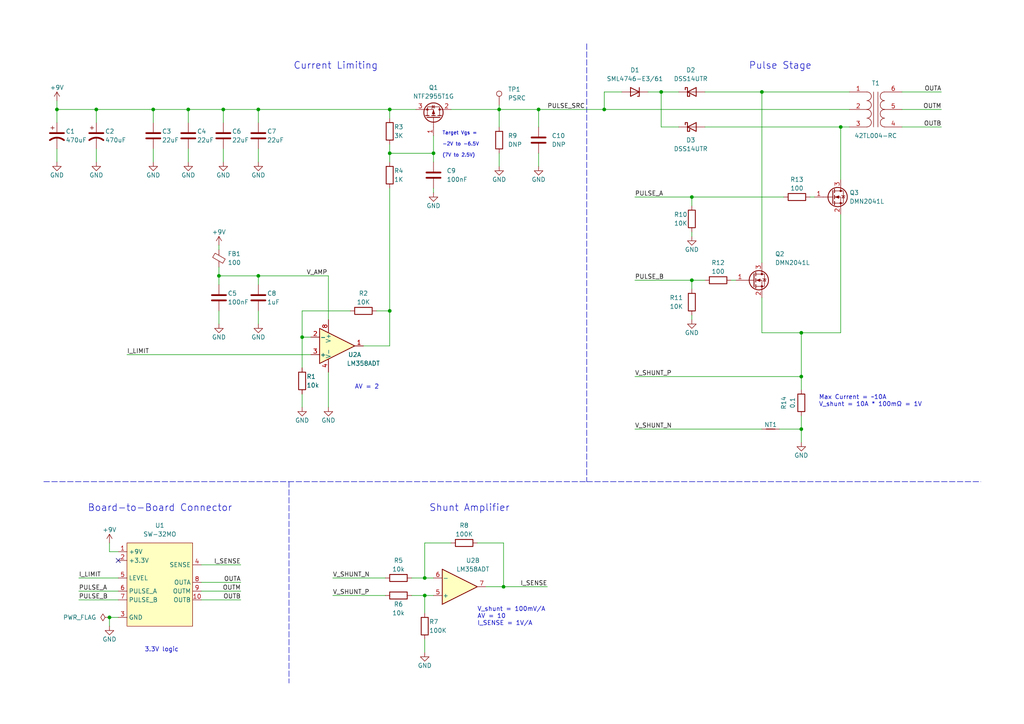
<source format=kicad_sch>
(kicad_sch (version 20211123) (generator eeschema)
  (paper "A4")
  (title_block (title "SW3O1") (date "2022-11-04") (rev "1") (company "saawsm") (comment 3 "SOT-223 Variant") (comment 4 "A single channel e-stim output module for the SW3X driver board"))
  (lib_symbols
    (symbol "Amplifier_Operational:LMC6482" (pin_names (offset 0.127))
      (property "Reference" "U" (at 0 5.08 0))
      (property "Value" "LMC6482" (at 0 -5.08 0))
      (symbol "LMC6482_1_1"
        (polyline (pts (xy -5.08 5.08) (xy 5.08 0) (xy -5.08 -5.08) (xy -5.08 5.08)) (stroke (width 0.254)) (fill (type background)))
        (pin output line (at 7.62 0 180) (length 2.54) (name "~") (number "1"))
        (pin input line (at -7.62 -2.54 0) (length 2.54) (name "-") (number "2"))
        (pin input line (at -7.62 2.54 0) (length 2.54) (name "+") (number "3"))
      )
      (symbol "LMC6482_2_1"
        (polyline (pts (xy -5.08 5.08) (xy 5.08 0) (xy -5.08 -5.08) (xy -5.08 5.08)) (stroke (width 0.254)) (fill (type background)))
        (pin input line (at -7.62 2.54 0) (length 2.54) (name "+") (number "5"))
        (pin input line (at -7.62 -2.54 0) (length 2.54) (name "-") (number "6"))
        (pin output line (at 7.62 0 180) (length 2.54) (name "~") (number "7"))
      )
      (symbol "LMC6482_3_1"
        (pin power_in line (at -2.54 -7.62 90) (length 3.81) (name "V-") (number "4"))
        (pin power_in line (at -2.54 7.62 270) (length 3.81) (name "V+") (number "8"))
      )
    )
    (symbol "Connector:TestPoint" (pin_numbers hide) (pin_names (offset 0.762) hide)
      (property "Reference" "TP" (at 0 6.858 0))
      (property "Value" "TestPoint" (at 0 5.08 0))
      (symbol "TestPoint_0_1"
        (circle (center 0 3.302) (radius 0.762))
      )
      (symbol "TestPoint_1_1"
        (pin passive line (at 0 0 90) (length 2.54) (name "1") (number "1"))
      )
    )
    (symbol "Device:C" (pin_numbers hide) (pin_names (offset 0.254))
      (property "Reference" "C" (at 0.635 2.54 0))
      (property "Value" "C" (at 0.635 -2.54 0))
      (symbol "C_0_1"
        (polyline (pts (xy -2.032 -0.762) (xy 2.032 -0.762)) (stroke (width 0.508)))
        (polyline (pts (xy -2.032 0.762) (xy 2.032 0.762)) (stroke (width 0.508)))
      )
      (symbol "C_1_1"
        (pin passive line (at 0 3.81 270) (length 2.794) (name "~") (number "1"))
        (pin passive line (at 0 -3.81 90) (length 2.794) (name "~") (number "2"))
      )
    )
    (symbol "Device:C_Polarized_US" (pin_numbers hide) (pin_names (offset 0.254) hide)
      (property "Reference" "C" (at 0.635 2.54 0))
      (property "Value" "C_Polarized_US" (at 0.635 -2.54 0))
      (symbol "C_Polarized_US_0_1"
        (polyline (pts (xy -2.032 0.762) (xy 2.032 0.762)) (stroke (width 0.508)))
        (polyline (pts (xy -1.778 2.286) (xy -0.762 2.286)))
        (polyline (pts (xy -1.27 1.778) (xy -1.27 2.794)))
        (arc (start 2.032 -1.27) (mid 0 -0.5572) (end -2.032 -1.27) (stroke (width 0.508)))
      )
      (symbol "C_Polarized_US_1_1"
        (pin passive line (at 0 3.81 270) (length 2.794) (name "~") (number "1"))
        (pin passive line (at 0 -3.81 90) (length 3.302) (name "~") (number "2"))
      )
    )
    (symbol "Device:D_Schottky" (pin_numbers hide) (pin_names (offset 1.016) hide)
      (property "Reference" "D" (at 0 2.54 0))
      (property "Value" "D_Schottky" (at 0 -2.54 0))
      (symbol "D_Schottky_0_1"
        (polyline (pts (xy 1.27 0) (xy -1.27 0)))
        (polyline (pts (xy 1.27 1.27) (xy 1.27 -1.27) (xy -1.27 0) (xy 1.27 1.27)) (stroke (width 0.254)))
        (polyline (pts (xy -1.905 0.635) (xy -1.905 1.27) (xy -1.27 1.27) (xy -1.27 -1.27) (xy -0.635 -1.27) (xy -0.635 -0.635)) (stroke (width 0.254)))
      )
      (symbol "D_Schottky_1_1"
        (pin passive line (at -3.81 0 0) (length 2.54) (name "K") (number "1"))
        (pin passive line (at 3.81 0 180) (length 2.54) (name "A") (number "2"))
      )
    )
    (symbol "Device:D_Zener" (pin_numbers hide) (pin_names (offset 1.016) hide)
      (property "Reference" "D" (at 0 2.54 0))
      (property "Value" "D_Zener" (at 0 -2.54 0))
      (symbol "D_Zener_0_1"
        (polyline (pts (xy 1.27 0) (xy -1.27 0)))
        (polyline (pts (xy -1.27 -1.27) (xy -1.27 1.27) (xy -0.762 1.27)) (stroke (width 0.254)))
        (polyline (pts (xy 1.27 -1.27) (xy 1.27 1.27) (xy -1.27 0) (xy 1.27 -1.27)) (stroke (width 0.254)))
      )
      (symbol "D_Zener_1_1"
        (pin passive line (at -3.81 0 0) (length 2.54) (name "K") (number "1"))
        (pin passive line (at 3.81 0 180) (length 2.54) (name "A") (number "2"))
      )
    )
    (symbol "Device:FerriteBead_Small" (pin_numbers hide) (pin_names (offset 0))
      (property "Reference" "FB" (at 1.905 1.27 0))
      (property "Value" "FerriteBead_Small" (at 1.905 -1.27 0))
      (symbol "FerriteBead_Small_0_1"
        (polyline (pts (xy 0 -1.27) (xy 0 -0.7874)))
        (polyline (pts (xy 0 0.889) (xy 0 1.2954)))
        (polyline (pts (xy -1.8288 0.2794) (xy -1.1176 1.4986) (xy 1.8288 -0.2032) (xy 1.1176 -1.4224) (xy -1.8288 0.2794)))
      )
      (symbol "FerriteBead_Small_1_1"
        (pin passive line (at 0 2.54 270) (length 1.27) (name "~") (number "1"))
        (pin passive line (at 0 -2.54 90) (length 1.27) (name "~") (number "2"))
      )
    )
    (symbol "Device:NetTie_2" (pin_numbers hide) (pin_names (offset 0) hide)
      (property "Reference" "NT" (at 0 1.27 0))
      (property "Value" "NetTie_2" (at 0 -1.27 0))
      (symbol "NetTie_2_0_1"
        (polyline (pts (xy -1.27 0) (xy 1.27 0)) (stroke (width 0.254)))
      )
      (symbol "NetTie_2_1_1"
        (pin passive line (at -2.54 0 0) (length 2.54) (name "1") (number "1"))
        (pin passive line (at 2.54 0 180) (length 2.54) (name "2") (number "2"))
      )
    )
    (symbol "Device:Q_PMOS_GDS" (pin_names (offset 0) hide)
      (property "Reference" "Q" (at 5.08 1.27 0))
      (property "Value" "Q_PMOS_GDS" (at 5.08 -1.27 0))
      (symbol "Q_PMOS_GDS_0_1"
        (polyline (pts (xy 0.254 0) (xy -2.54 0)))
        (polyline (pts (xy 0.254 1.905) (xy 0.254 -1.905)) (stroke (width 0.254)))
        (polyline (pts (xy 0.762 -1.27) (xy 0.762 -2.286)) (stroke (width 0.254)))
        (polyline (pts (xy 0.762 0.508) (xy 0.762 -0.508)) (stroke (width 0.254)))
        (polyline (pts (xy 0.762 2.286) (xy 0.762 1.27)) (stroke (width 0.254)))
        (polyline (pts (xy 2.54 2.54) (xy 2.54 1.778)))
        (polyline (pts (xy 2.54 -2.54) (xy 2.54 0) (xy 0.762 0)))
        (polyline (pts (xy 0.762 1.778) (xy 3.302 1.778) (xy 3.302 -1.778) (xy 0.762 -1.778)))
        (polyline (pts (xy 2.286 0) (xy 1.27 0.381) (xy 1.27 -0.381) (xy 2.286 0)) (fill (type outline)))
        (polyline (pts (xy 2.794 -0.508) (xy 2.921 -0.381) (xy 3.683 -0.381) (xy 3.81 -0.254)))
        (polyline (pts (xy 3.302 -0.381) (xy 2.921 0.254) (xy 3.683 0.254) (xy 3.302 -0.381)))
        (circle (center 1.651 0) (radius 2.794) (stroke (width 0.254)))
        (circle (center 2.54 -1.778) (radius 0.254) (fill (type outline)))
        (circle (center 2.54 1.778) (radius 0.254) (fill (type outline)))
      )
      (symbol "Q_PMOS_GDS_1_1"
        (pin input line (at -5.08 0 0) (length 2.54) (name "G") (number "1"))
        (pin passive line (at 2.54 5.08 270) (length 2.54) (name "D") (number "2"))
        (pin passive line (at 2.54 -5.08 90) (length 2.54) (name "S") (number "3"))
      )
    )
    (symbol "Device:R" (pin_numbers hide) (pin_names (offset 0))
      (property "Reference" "R" (at 2.032 0 90))
      (property "Value" "R" (at 0 0 90))
      (symbol "R_0_1"
        (rectangle (start -1.016 -2.54) (end 1.016 2.54) (stroke (width 0.254)))
      )
      (symbol "R_1_1"
        (pin passive line (at 0 3.81 270) (length 1.27) (name "~") (number "1"))
        (pin passive line (at 0 -3.81 90) (length 1.27) (name "~") (number "2"))
      )
    )
    (symbol "SaawLib:SW-32MO"
      (property "Reference" "J" (at 0 13.97 0))
      (property "Value" "SW-32MO" (at 0 -12.7 0))
      (symbol "SW-32MO_0_1"
        (rectangle (start -10.16 12.7) (end 8.89 -11.43) (fill (type background)))
      )
      (symbol "SW-32MO_1_1"
        (pin power_in line (at -12.7 10.16 0) (length 2.54) (name "+9V") (number "1"))
        (pin power_out line (at 11.43 -3.81 180) (length 2.54) (name "OUTB") (number "10"))
        (pin power_in line (at -12.7 7.62 0) (length 2.54) (name "+3.3V") (number "2"))
        (pin power_in line (at -12.7 -8.89 0) (length 2.54) (name "GND") (number "3"))
        (pin bidirectional line (at 11.43 6.35 180) (length 2.54) (name "SENSE") (number "4"))
        (pin bidirectional line (at -12.7 2.54 0) (length 2.54) (name "LEVEL") (number "5"))
        (pin bidirectional line (at -12.7 -1.27 0) (length 2.54) (name "PULSE_A") (number "6"))
        (pin bidirectional line (at -12.7 -3.81 0) (length 2.54) (name "PULSE_B") (number "7"))
        (pin power_out line (at 11.43 1.27 180) (length 2.54) (name "OUTA") (number "8"))
        (pin power_out line (at 11.43 -1.27 180) (length 2.54) (name "OUTM") (number "9"))
      )
    )
    (symbol "SaawLib:Transformer_SP_SS" (pin_names hide)
      (property "Reference" "T" (at 0 10.16 0))
      (property "Value" "Transformer_SP_SS" (at 0 7.62 0))
      (symbol "Transformer_SP_SS_0_1"
        (arc (start -2.54 -5.0546) (mid -1.6561 -4.6863) (end -1.27 -3.81))
        (arc (start -2.54 -2.5146) (mid -1.6561 -2.1463) (end -1.27 -1.27))
        (arc (start -2.54 0.0254) (mid -1.6561 0.3937) (end -1.27 1.27))
        (arc (start -2.54 2.5654) (mid -1.6561 2.9337) (end -1.27 3.81))
        (arc (start -1.27 -3.81) (mid -1.642 -2.912) (end -2.54 -2.54))
        (arc (start -1.27 -1.27) (mid -1.642 -0.372) (end -2.54 0))
        (arc (start -1.27 1.27) (mid -1.642 2.168) (end -2.54 2.54))
        (arc (start -1.27 3.81) (mid -1.642 4.708) (end -2.54 5.08))
        (polyline (pts (xy -0.635 5.08) (xy -0.635 -5.08)))
        (polyline (pts (xy 0.635 -5.08) (xy 0.635 5.08)))
        (arc (start 1.2954 -1.27) (mid 1.6599 -2.1501) (end 2.54 -2.5146))
        (arc (start 1.2954 1.27) (mid 1.6599 0.3899) (end 2.54 0.0254))
        (arc (start 1.2954 3.81) (mid 1.6599 2.9299) (end 2.54 2.5654))
        (arc (start 1.3208 -3.81) (mid 1.6853 -4.6901) (end 2.5654 -5.0546))
        (arc (start 2.54 0) (mid 1.6456 -0.3683) (end 1.2954 -1.27))
        (arc (start 2.54 2.54) (mid 1.6456 2.1717) (end 1.2954 1.27))
        (arc (start 2.54 5.08) (mid 1.6456 4.7117) (end 1.2954 3.81))
        (arc (start 2.5654 -2.54) (mid 1.671 -2.9083) (end 1.3208 -3.81))
      )
      (symbol "Transformer_SP_SS_1_1"
        (pin passive line (at -7.62 5.08 0) (length 5.08) (name "PR1") (number "1"))
        (pin passive line (at -7.62 0 0) (length 5.08) (name "PM") (number "2"))
        (pin passive line (at -7.62 -5.08 0) (length 5.08) (name "PR2") (number "3"))
        (pin passive line (at 7.62 -5.08 180) (length 5.08) (name "S1") (number "4"))
        (pin passive line (at 7.62 0 180) (length 5.08) (name "SM") (number "5"))
        (pin passive line (at 7.62 5.08 180) (length 5.08) (name "S2") (number "6"))
      )
    )
    (symbol "Transistor_FET:DMN2041L" (pin_names hide)
      (property "Reference" "Q" (at 5.08 1.905 0))
      (property "Value" "DMN2041L" (at 5.08 0 0))
      (symbol "DMN2041L_0_1"
        (polyline (pts (xy 0.254 0) (xy -2.54 0)))
        (polyline (pts (xy 0.254 1.905) (xy 0.254 -1.905)) (stroke (width 0.254)))
        (polyline (pts (xy 0.762 -1.27) (xy 0.762 -2.286)) (stroke (width 0.254)))
        (polyline (pts (xy 0.762 0.508) (xy 0.762 -0.508)) (stroke (width 0.254)))
        (polyline (pts (xy 0.762 2.286) (xy 0.762 1.27)) (stroke (width 0.254)))
        (polyline (pts (xy 2.54 2.54) (xy 2.54 1.778)))
        (polyline (pts (xy 2.54 -2.54) (xy 2.54 0) (xy 0.762 0)))
        (polyline (pts (xy 0.762 -1.778) (xy 3.302 -1.778) (xy 3.302 1.778) (xy 0.762 1.778)))
        (polyline (pts (xy 1.016 0) (xy 2.032 0.381) (xy 2.032 -0.381) (xy 1.016 0)) (fill (type outline)))
        (polyline (pts (xy 2.794 0.508) (xy 2.921 0.381) (xy 3.683 0.381) (xy 3.81 0.254)))
        (polyline (pts (xy 3.302 0.381) (xy 2.921 -0.254) (xy 3.683 -0.254) (xy 3.302 0.381)))
        (circle (center 1.651 0) (radius 2.794) (stroke (width 0.254)))
        (circle (center 2.54 -1.778) (radius 0.254) (fill (type outline)))
        (circle (center 2.54 1.778) (radius 0.254) (fill (type outline)))
      )
      (symbol "DMN2041L_1_1"
        (pin input line (at -5.08 0 0) (length 2.54) (name "G") (number "1"))
        (pin passive line (at 2.54 -5.08 90) (length 2.54) (name "S") (number "2"))
        (pin passive line (at 2.54 5.08 270) (length 2.54) (name "D") (number "3"))
      )
    )
    (symbol "power:+9V" (power) (pin_names (offset 0))
      (property "Value" "+9V" (at 0 3.556 0))
      (symbol "+9V_0_1"
        (polyline (pts (xy -0.762 1.27) (xy 0 2.54)))
        (polyline (pts (xy 0 0) (xy 0 2.54)))
        (polyline (pts (xy 0 2.54) (xy 0.762 1.27)))
      )
      (symbol "+9V_1_1"
        (pin power_in line (at 0 0 90) (length 0) hide (name "+9V") (number "1"))
      )
    )
    (symbol "power:GND" (power) (pin_names (offset 0))
      (property "Value" "GND" (at 0 -3.81 0))
      (symbol "GND_0_1"
        (polyline (pts (xy 0 0) (xy 0 -1.27) (xy 1.27 -1.27) (xy 0 -2.54) (xy -1.27 -1.27) (xy 0 -1.27)))
      )
      (symbol "GND_1_1"
        (pin power_in line (at 0 0 270) (length 0) hide (name "GND") (number "1"))
      )
    )
    (symbol "power:PWR_FLAG" (power) (pin_numbers hide) (pin_names (offset 0) hide)
      (property "Value" "PWR_FLAG" (at 0 3.81 0))
      (symbol "PWR_FLAG_0_0"
        (pin power_out line (at 0 0 90) (length 0) (name "pwr") (number "1"))
      )
      (symbol "PWR_FLAG_0_1"
        (polyline (pts (xy 0 0) (xy 0 1.27) (xy -1.016 1.905) (xy 0 2.54) (xy 1.016 1.905) (xy 0 1.27)))
      )
    )
  )
  (junction (at 74.93 80.01))
  (junction (at 232.41 124.46))
  (junction (at 113.03 44.45))
  (junction (at 44.45 31.75))
  (junction (at 16.51 31.75))
  (junction (at 123.19 167.64))
  (junction (at 146.05 170.18))
  (junction (at 54.61 31.75))
  (junction (at 74.93 31.75))
  (junction (at 113.03 90.17))
  (junction (at 144.78 31.75))
  (junction (at 113.03 31.75))
  (junction (at 200.66 57.15))
  (junction (at 64.77 31.75))
  (junction (at 232.41 96.52))
  (junction (at 200.66 81.28))
  (junction (at 191.77 26.67))
  (junction (at 123.19 172.72))
  (junction (at 232.41 109.22))
  (junction (at 156.21 31.75))
  (junction (at 31.75 179.07))
  (junction (at 175.26 31.75))
  (junction (at 220.98 26.67))
  (junction (at 125.73 44.45))
  (junction (at 27.94 31.75))
  (junction (at 63.5 80.01))
  (junction (at 243.84 36.83))
  (junction (at 87.63 97.79))
  (no_connect (at 34.29 162.56))
  (wire (pts (xy 74.93 80.01) (xy 95.25 80.01)))
  (wire (pts (xy 273.05 36.83) (xy 261.62 36.83)))
  (wire (pts (xy 232.41 120.65) (xy 232.41 124.46)))
  (wire (pts (xy 34.29 160.02) (xy 31.75 160.02)))
  (wire (pts (xy 63.5 90.17) (xy 63.5 93.98)))
  (wire (pts (xy 140.97 170.18) (xy 146.05 170.18)))
  (wire (pts (xy 74.93 82.55) (xy 74.93 80.01)))
  (wire (pts (xy 54.61 31.75) (xy 64.77 31.75)))
  (wire (pts (xy 69.85 173.99) (xy 58.42 173.99)))
  (wire (pts (xy 156.21 31.75) (xy 156.21 36.83)))
  (wire (pts (xy 200.66 57.15) (xy 200.66 59.69)))
  (wire (pts (xy 220.98 26.67) (xy 246.38 26.67)))
  (wire (pts (xy 200.66 67.31) (xy 200.66 68.58)))
  (wire (pts (xy 212.09 81.28) (xy 213.36 81.28)))
  (wire (pts (xy 63.5 80.01) (xy 63.5 82.55)))
  (wire (pts (xy 156.21 44.45) (xy 156.21 48.26)))
  (wire (pts (xy 123.19 167.64) (xy 125.73 167.64)))
  (wire (pts (xy 64.77 43.18) (xy 64.77 46.99)))
  (wire (pts (xy 69.85 168.91) (xy 58.42 168.91)))
  (wire (pts (xy 113.03 54.61) (xy 113.03 90.17)))
  (wire (pts (xy 119.38 172.72) (xy 123.19 172.72)))
  (wire (pts (xy 16.51 29.21) (xy 16.51 31.75)))
  (wire (pts (xy 191.77 26.67) (xy 196.85 26.67)))
  (wire (pts (xy 200.66 57.15) (xy 227.33 57.15)))
  (wire (pts (xy 74.93 35.56) (xy 74.93 31.75)))
  (wire (pts (xy 113.03 90.17) (xy 113.03 100.33)))
  (wire (pts (xy 44.45 31.75) (xy 44.45 35.56)))
  (wire (pts (xy 144.78 31.75) (xy 144.78 36.83)))
  (wire (pts (xy 220.98 96.52) (xy 232.41 96.52)))
  (wire (pts (xy 125.73 44.45) (xy 125.73 46.99)))
  (wire (pts (xy 31.75 181.61) (xy 31.75 179.07)))
  (wire (pts (xy 200.66 91.44) (xy 200.66 92.71)))
  (wire (pts (xy 273.05 26.67) (xy 261.62 26.67)))
  (wire (pts (xy 27.94 31.75) (xy 44.45 31.75)))
  (wire (pts (xy 232.41 124.46) (xy 232.41 128.27)))
  (wire (pts (xy 123.19 172.72) (xy 125.73 172.72)))
  (wire (pts (xy 27.94 31.75) (xy 27.94 35.56)))
  (wire (pts (xy 109.22 90.17) (xy 113.03 90.17)))
  (wire (pts (xy 105.41 100.33) (xy 113.03 100.33)))
  (wire (pts (xy 123.19 157.48) (xy 123.19 167.64)))
  (wire (pts (xy 95.25 107.95) (xy 95.25 118.11)))
  (wire (pts (xy 22.86 167.64) (xy 34.29 167.64)))
  (wire (pts (xy 196.85 36.83) (xy 191.77 36.83)))
  (wire (pts (xy 273.05 31.75) (xy 261.62 31.75)))
  (wire (pts (xy 22.86 171.45) (xy 34.29 171.45)))
  (wire (pts (xy 63.5 71.12) (xy 63.5 72.39)))
  (wire (pts (xy 184.15 109.22) (xy 232.41 109.22)))
  (polyline (pts (xy 170.18 12.7) (xy 170.18 139.7)))
  (wire (pts (xy 220.98 26.67) (xy 220.98 76.2)))
  (wire (pts (xy 36.83 102.87) (xy 90.17 102.87)))
  (wire (pts (xy 63.5 77.47) (xy 63.5 80.01)))
  (wire (pts (xy 123.19 185.42) (xy 123.19 189.23)))
  (wire (pts (xy 232.41 109.22) (xy 232.41 113.03)))
  (wire (pts (xy 146.05 170.18) (xy 158.75 170.18)))
  (wire (pts (xy 175.26 31.75) (xy 246.38 31.75)))
  (wire (pts (xy 31.75 179.07) (xy 34.29 179.07)))
  (wire (pts (xy 156.21 31.75) (xy 175.26 31.75)))
  (wire (pts (xy 96.52 172.72) (xy 111.76 172.72)))
  (wire (pts (xy 74.93 43.18) (xy 74.93 46.99)))
  (wire (pts (xy 191.77 36.83) (xy 191.77 26.67)))
  (wire (pts (xy 232.41 96.52) (xy 232.41 109.22)))
  (wire (pts (xy 184.15 57.15) (xy 200.66 57.15)))
  (wire (pts (xy 113.03 44.45) (xy 113.03 46.99)))
  (wire (pts (xy 87.63 114.3) (xy 87.63 118.11)))
  (wire (pts (xy 281.94 219.71) (xy 283.21 219.71)))
  (wire (pts (xy 113.03 41.91) (xy 113.03 44.45)))
  (wire (pts (xy 204.47 36.83) (xy 243.84 36.83)))
  (wire (pts (xy 87.63 90.17) (xy 87.63 97.79)))
  (wire (pts (xy 119.38 167.64) (xy 123.19 167.64)))
  (wire (pts (xy 144.78 31.75) (xy 156.21 31.75)))
  (wire (pts (xy 74.93 90.17) (xy 74.93 93.98)))
  (wire (pts (xy 281.94 224.79) (xy 289.56 224.79)))
  (wire (pts (xy 96.52 167.64) (xy 111.76 167.64)))
  (wire (pts (xy 54.61 31.75) (xy 54.61 35.56)))
  (wire (pts (xy 74.93 31.75) (xy 113.03 31.75)))
  (wire (pts (xy 187.96 26.67) (xy 191.77 26.67)))
  (wire (pts (xy 16.51 31.75) (xy 27.94 31.75)))
  (wire (pts (xy 243.84 36.83) (xy 246.38 36.83)))
  (wire (pts (xy 54.61 43.18) (xy 54.61 46.99)))
  (wire (pts (xy 130.81 31.75) (xy 144.78 31.75)))
  (wire (pts (xy 243.84 62.23) (xy 243.84 96.52)))
  (wire (pts (xy 64.77 31.75) (xy 74.93 31.75)))
  (wire (pts (xy 200.66 81.28) (xy 204.47 81.28)))
  (wire (pts (xy 200.66 81.28) (xy 200.66 83.82)))
  (wire (pts (xy 16.51 43.18) (xy 16.51 46.99)))
  (wire (pts (xy 125.73 54.61) (xy 125.73 55.88)))
  (wire (pts (xy 175.26 26.67) (xy 175.26 31.75)))
  (wire (pts (xy 31.75 157.48) (xy 31.75 160.02)))
  (wire (pts (xy 64.77 31.75) (xy 64.77 35.56)))
  (wire (pts (xy 44.45 43.18) (xy 44.45 46.99)))
  (polyline (pts (xy 83.82 139.7) (xy 83.82 198.12)))
  (wire (pts (xy 87.63 97.79) (xy 90.17 97.79)))
  (wire (pts (xy 123.19 172.72) (xy 123.19 177.8)))
  (wire (pts (xy 232.41 96.52) (xy 243.84 96.52)))
  (wire (pts (xy 226.06 124.46) (xy 232.41 124.46)))
  (wire (pts (xy 16.51 31.75) (xy 16.51 35.56)))
  (wire (pts (xy 243.84 36.83) (xy 243.84 52.07)))
  (polyline (pts (xy 170.18 139.7) (xy 284.48 139.7)))
  (wire (pts (xy 101.6 90.17) (xy 87.63 90.17)))
  (wire (pts (xy 220.98 86.36) (xy 220.98 96.52)))
  (wire (pts (xy 138.43 157.48) (xy 146.05 157.48)))
  (wire (pts (xy 283.21 219.71) (xy 283.21 218.44)))
  (wire (pts (xy 69.85 171.45) (xy 58.42 171.45)))
  (wire (pts (xy 184.15 81.28) (xy 200.66 81.28)))
  (wire (pts (xy 234.95 57.15) (xy 236.22 57.15)))
  (wire (pts (xy 58.42 163.83) (xy 69.85 163.83)))
  (wire (pts (xy 130.81 157.48) (xy 123.19 157.48)))
  (wire (pts (xy 144.78 30.48) (xy 144.78 31.75)))
  (polyline (pts (xy 12.7 139.7) (xy 170.18 139.7)))
  (wire (pts (xy 113.03 31.75) (xy 113.03 34.29)))
  (wire (pts (xy 63.5 80.01) (xy 74.93 80.01)))
  (wire (pts (xy 125.73 44.45) (xy 113.03 44.45)))
  (wire (pts (xy 87.63 97.79) (xy 87.63 106.68)))
  (wire (pts (xy 95.25 80.01) (xy 95.25 92.71)))
  (wire (pts (xy 144.78 44.45) (xy 144.78 48.26)))
  (wire (pts (xy 204.47 26.67) (xy 220.98 26.67)))
  (wire (pts (xy 44.45 31.75) (xy 54.61 31.75)))
  (wire (pts (xy 146.05 157.48) (xy 146.05 170.18)))
  (wire (pts (xy 180.34 26.67) (xy 175.26 26.67)))
  (wire (pts (xy 184.15 124.46) (xy 220.98 124.46)))
  (wire (pts (xy 27.94 43.18) (xy 27.94 46.99)))
  (wire (pts (xy 22.86 173.99) (xy 34.29 173.99)))
  (wire (pts (xy 113.03 31.75) (xy 120.65 31.75)))
  (wire (pts (xy 125.73 39.37) (xy 125.73 44.45)))
  (text "Max Current = ~10A\nV_shunt = 10A * 100mΩ = 1V" (at 237.49 118.11 0) (effects (font (size 1.27 1.27)) (justify left bottom)))
  (text "Board-to-Board Connector" (at 25.4 148.59 0) (effects (font (size 2 2)) (justify left bottom)))
  (text "V_shunt = 100mV/A\nAV = 10\nI_SENSE = 1V/A" (at 138.43 181.61 0) (effects (font (size 1.27 1.27)) (justify left bottom)))
  (text "AV = 2" (at 102.87 113.03 0) (effects (font (size 1.27 1.27)) (justify left bottom)))
  (text "Shunt Amplifier" (at 124.46 148.59 0) (effects (font (size 2 2)) (justify left bottom)))
  (text "Pulse Stage" (at 217.17 20.32 0) (effects (font (size 2 2)) (justify left bottom)))
  (text "Target Vgs = \n\n-2V to -6.5V\n\n(7V to 2.5V)" (at 128.27 45.72 0) (effects (font (size 1 1)) (justify left bottom)))
  (text "Current Limiting" (at 85.09 20.32 0) (effects (font (size 2 2)) (justify left bottom)))
  (text "3.3V logic" (at 41.91 189.23 0) (effects (font (size 1.27 1.27)) (justify left bottom)))
  (label "OUTA" (at 69.85 168.91 180))
  (label "I_LIMIT" (at 22.86 167.64 0))
  (label "OUTA" (at 273.05 26.67 180))
  (label "PULSE_A" (at 184.15 57.15 0))
  (label "V_SHUNT_P" (at 184.15 109.22 0))
  (label "OUTM" (at 273.05 31.75 180))
  (label "V_SHUNT_N" (at 184.15 124.46 0))
  (label "OUTB" (at 69.85 173.99 180))
  (label "PULSE_B" (at 22.86 173.99 0))
  (label "I_SENSE" (at 158.75 170.18 180))
  (label "V_AMP" (at 88.9 80.01 0))
  (label "PULSE_B" (at 184.15 81.28 0))
  (label "I_SENSE" (at 69.85 163.83 180))
  (label "OUTB" (at 273.05 36.83 180))
  (label "V_AMP" (at 289.56 224.79 180))
  (label "PULSE_A" (at 22.86 171.45 0))
  (label "V_SHUNT_N" (at 96.52 167.64 0))
  (label "OUTM" (at 69.85 171.45 180))
  (label "I_LIMIT" (at 36.83 102.87 0))
  (label "PULSE_SRC" (at 158.75 31.75 0))
  (label "V_SHUNT_P" (at 96.52 172.72 0))
  (symbol (lib_id "power:GND") (at 144.78 48.26 0) (unit 1)
    (property "Reference" "#PWR017" (effects hide))
    (property "Value" "GND" (at 144.78 52.07 0))
  )
  (symbol (lib_id "Device:C") (at 64.77 39.37 0) (unit 1)
    (property "Reference" "C6" (at 67.31 38.1 0) (effects (justify left)))
    (property "Value" "22uF" (at 67.31 40.64 0) (effects (justify left)))
    (property "Footprint" "Capacitor_SMD:C_1210_3225Metric" (effects hide))
    (property "MPN" "CL32A226KAJNNNE" (effects hide))
  )
  (symbol (lib_id "Device:NetTie_2") (at 223.52 124.46 0) (unit 1) (in_bom no)
    (property "Reference" "NT1" (at 223.52 123.19 0))
    (property "Value" "0.5 mm" (effects hide))
    (property "Footprint" "NetTie:NetTie-2_SMD_Pad0.5mm" (effects hide))
  )
  (symbol (lib_id "Device:R") (at 87.63 110.49 0) (unit 1)
    (property "Reference" "R1" (at 88.9 109.22 0) (effects (justify left)))
    (property "Value" "10k" (at 88.9 111.76 0) (effects (justify left)))
    (property "Footprint" "Resistor_SMD:R_0603_1608Metric" (effects hide))
    (property "MPN" "RC0603FR-0710KL" (effects hide))
  )
  (symbol (lib_id "Device:Q_PMOS_GDS") (at 125.73 34.29 270) (mirror x) (unit 1)
    (property "Reference" "Q1" (at 125.73 25.4 90))
    (property "Value" "NTF2955T1G" (at 125.73 27.94 90))
    (property "Footprint" "Package_TO_SOT_SMD:SOT-223-3_TabPin2" (effects hide))
    (property "Datasheet" "https://au.mouser.com/datasheet/2/308/1/NTF2955_D-2318911.pdf" (effects hide))
    (property "MPN" "NTF2955T1G" (effects hide))
  )
  (symbol (lib_id "Device:D_Zener") (at 184.15 26.67 180) (unit 1)
    (property "Reference" "D1" (at 184.15 20.32 0))
    (property "Value" "SML4746-E3/61" (at 184.15 22.86 0))
    (property "Footprint" "Diode_SMD:D_SMA" (effects hide))
    (property "MPN" "SML4746-E3/61" (effects hide))
  )
  (symbol (lib_id "power:GND") (at 16.51 46.99 0) (unit 1)
    (property "Reference" "#PWR02" (effects hide))
    (property "Value" "GND" (at 16.51 50.8 0))
  )
  (symbol (lib_id "power:GND") (at 200.66 92.71 0) (unit 1)
    (property "Reference" "#PWR020" (effects hide))
    (property "Value" "GND" (at 200.66 96.52 0))
  )
  (symbol (lib_id "SaawLib:Transformer_SP_SS") (at 254 31.75 0) (unit 1)
    (property "Reference" "T1" (at 254 24.13 0))
    (property "Value" "42TL004-RC" (at 254 39.37 0))
    (property "Footprint" "SaawLib:42TL" (effects hide))
    (property "Datasheet" "https://au.mouser.com/datasheet/2/449/Yuetone_XC-600127-1212403.pdf" (effects hide))
    (property "MPN" "42TL004-RC" (effects hide))
  )
  (symbol (lib_id "Device:R") (at 232.41 116.84 0) (unit 1)
    (property "Reference" "R14" (at 227.33 116.84 90))
    (property "Value" "0.1" (at 229.87 116.84 90))
    (property "Footprint" "Resistor_SMD:R_1206_3216Metric" (effects hide))
    (property "MPN" "ERJ-8BWFR100V" (effects hide))
  )
  (symbol (lib_id "power:GND") (at 156.21 48.26 0) (unit 1)
    (property "Reference" "#PWR018" (effects hide))
    (property "Value" "GND" (at 156.21 52.07 0))
  )
  (symbol (lib_id "power:GND") (at 200.66 68.58 0) (unit 1)
    (property "Reference" "#PWR019" (effects hide))
    (property "Value" "GND" (at 200.66 72.39 0))
  )
  (symbol (lib_id "Transistor_FET:DMN2041L") (at 241.3 57.15 0) (unit 1)
    (property "Reference" "Q3" (at 246.38 55.88 0) (effects (justify left)))
    (property "Value" "DMN2041L" (at 246.38 58.42 0) (effects (justify left)))
    (property "Footprint" "Package_TO_SOT_SMD:SOT-23" (effects hide))
    (property "Datasheet" "https://www.diodes.com/assets/Datasheets/products_inactive_data/DMN2041L.pdf" (effects hide))
    (property "MPN" "DMN2041L" (effects hide))
  )
  (symbol (lib_id "Device:C") (at 63.5 86.36 0) (unit 1)
    (property "Reference" "C5" (at 66.04 85.09 0) (effects (justify left)))
    (property "Value" "100nF" (at 66.04 87.63 0) (effects (justify left)))
    (property "Footprint" "Capacitor_SMD:C_0603_1608Metric" (effects hide))
    (property "MPN" "CL10B104KB8NNWC" (effects hide))
  )
  (symbol (lib_id "Device:R") (at 115.57 167.64 90) (unit 1)
    (property "Reference" "R5" (at 115.57 162.56 90))
    (property "Value" "10k" (at 115.57 165.1 90))
    (property "Footprint" "Resistor_SMD:R_0603_1608Metric" (effects hide))
    (property "MPN" "RC0603FR-0710KL" (effects hide))
  )
  (symbol (lib_id "Device:C") (at 44.45 39.37 0) (unit 1)
    (property "Reference" "C3" (at 46.99 38.1 0) (effects (justify left)))
    (property "Value" "22uF" (at 46.99 40.64 0) (effects (justify left)))
    (property "Footprint" "Capacitor_SMD:C_1210_3225Metric" (effects hide))
    (property "MPN" "CL32A226KAJNNNE" (effects hide))
  )
  (symbol (lib_id "Transistor_FET:DMN2041L") (at 218.44 81.28 0) (unit 1)
    (property "Reference" "Q2" (at 224.79 73.66 0) (effects (justify left)))
    (property "Value" "DMN2041L" (at 224.79 76.2 0) (effects (justify left)))
    (property "Footprint" "Package_TO_SOT_SMD:SOT-23" (effects hide))
    (property "Datasheet" "https://www.diodes.com/assets/Datasheets/products_inactive_data/DMN2041L.pdf" (effects hide))
    (property "MPN" "DMN2041L" (effects hide))
  )
  (symbol (lib_id "power:PWR_FLAG") (at 31.75 179.07 90) (unit 1)
    (property "Reference" "#FLG01" (effects hide))
    (property "Value" "PWR_FLAG" (at 27.94 179.0699 90) (effects (justify left)))
  )
  (symbol (lib_id "power:GND") (at 87.63 118.11 0) (unit 1)
    (property "Reference" "#PWR013" (effects hide))
    (property "Value" "GND" (at 87.63 121.92 0))
  )
  (symbol (lib_id "Device:D_Schottky") (at 200.66 36.83 0) (unit 1)
    (property "Reference" "D3" (at 200.3425 40.64 0))
    (property "Value" "DSS14UTR" (at 200.3425 43.18 0))
    (property "Footprint" "Diode_SMD:D_SOD-123F" (effects hide))
    (property "MPN" "DSS14U" (effects hide))
  )
  (symbol (lib_id "Device:R") (at 144.78 40.64 0) (unit 1) (in_bom no)
    (property "Reference" "R9" (at 147.32 39.3699 0) (effects (justify left)))
    (property "Value" "DNP" (at 147.32 41.9099 0) (effects (justify left)))
    (property "Footprint" "Resistor_SMD:R_0603_1608Metric" (effects hide))
    (property "MPN" "RC0603FR-071KL" (effects hide))
  )
  (symbol (lib_id "Device:R") (at 200.66 63.5 0) (unit 1)
    (property "Reference" "R10" (at 199.39 62.23 0) (effects (justify right)))
    (property "Value" "10K" (at 199.39 64.77 0) (effects (justify right)))
    (property "Footprint" "Resistor_SMD:R_0603_1608Metric" (effects hide))
    (property "MPN" "RC0603FR-0710KL" (effects hide))
  )
  (symbol (lib_id "Device:FerriteBead_Small") (at 63.5 74.93 0) (unit 1)
    (property "Reference" "FB1" (at 66.04 73.6218 0) (effects (justify left)))
    (property "Value" "100" (at 66.04 76.1618 0) (effects (justify left)))
    (property "Footprint" "Resistor_SMD:R_0603_1608Metric" (effects hide))
    (property "MPN" "BLM18KG101TN1D" (effects hide))
  )
  (symbol (lib_id "SaawLib:SW-32MO") (at 46.99 170.18 0) (unit 1) (in_bom no)
    (property "Reference" "U1" (at 46.355 152.4 0))
    (property "Value" "SW-32MO" (at 46.355 154.94 0))
    (property "Footprint" "SaawLib:SW32-MO_Header" (effects hide))
  )
  (symbol (lib_id "Device:R") (at 208.28 81.28 270) (unit 1)
    (property "Reference" "R12" (at 208.28 76.2 90))
    (property "Value" "100" (at 208.28 78.74 90))
    (property "Footprint" "Resistor_SMD:R_0603_1608Metric" (effects hide))
    (property "MPN" "RC0603FR-07100RL" (effects hide))
  )
  (symbol (lib_id "power:GND") (at 44.45 46.99 0) (unit 1)
    (property "Reference" "#PWR06" (effects hide))
    (property "Value" "GND" (at 44.45 50.8 0))
  )
  (symbol (lib_id "power:GND") (at 64.77 46.99 0) (unit 1)
    (property "Reference" "#PWR010" (effects hide))
    (property "Value" "GND" (at 64.77 50.8 0))
  )
  (symbol (lib_id "Device:R") (at 134.62 157.48 90) (unit 1)
    (property "Reference" "R8" (at 134.62 152.4 90))
    (property "Value" "100K" (at 134.62 154.94 90))
    (property "Footprint" "Resistor_SMD:R_0603_1608Metric" (effects hide))
    (property "MPN" "RC0603FR-07100KL" (effects hide))
  )
  (symbol (lib_id "power:+9V") (at 63.5 71.12 0) (unit 1)
    (property "Reference" "#PWR08" (effects hide))
    (property "Value" "+9V" (at 63.5 67.31 0))
  )
  (symbol (lib_id "Device:R") (at 231.14 57.15 270) (unit 1)
    (property "Reference" "R13" (at 231.14 52.07 90))
    (property "Value" "100" (at 231.14 54.61 90))
    (property "Footprint" "Resistor_SMD:R_0603_1608Metric" (effects hide))
    (property "MPN" "RC0603FR-07100RL" (effects hide))
  )
  (symbol (lib_id "Device:C") (at 74.93 86.36 0) (unit 1)
    (property "Reference" "C8" (at 77.47 85.09 0) (effects (justify left)))
    (property "Value" "1uF" (at 77.47 87.63 0) (effects (justify left)))
    (property "Footprint" "Capacitor_SMD:C_0603_1608Metric" (effects hide))
    (property "MPN" "CL10B105KA8NFNC" (effects hide))
  )
  (symbol (lib_id "power:+9V") (at 283.21 218.44 0) (unit 1)
    (property "Reference" "#PWR022" (effects hide))
    (property "Value" "+9V" (at 283.21 214.63 0))
  )
  (symbol (lib_id "power:GND") (at 74.93 46.99 0) (unit 1)
    (property "Reference" "#PWR011" (effects hide))
    (property "Value" "GND" (at 74.93 50.8 0))
  )
  (symbol (lib_id "Device:R") (at 105.41 90.17 270) (unit 1)
    (property "Reference" "R2" (at 105.41 85.09 90))
    (property "Value" "10K" (at 105.41 87.63 90))
    (property "Footprint" "Resistor_SMD:R_0603_1608Metric" (effects hide))
    (property "MPN" "RC0603FR-0710KL" (effects hide))
  )
  (symbol (lib_id "power:PWR_FLAG") (at 281.94 224.79 90) (unit 1)
    (property "Reference" "#FLG03" (effects hide))
    (property "Value" "PWR_FLAG" (at 278.13 224.7899 90) (effects (justify left)))
  )
  (symbol (lib_id "Device:C") (at 54.61 39.37 0) (unit 1)
    (property "Reference" "C4" (at 57.15 38.1 0) (effects (justify left)))
    (property "Value" "22uF" (at 57.15 40.64 0) (effects (justify left)))
    (property "Footprint" "Capacitor_SMD:C_1210_3225Metric" (effects hide))
    (property "MPN" "CL32A226KAJNNNE" (effects hide))
  )
  (symbol (lib_id "Connector:TestPoint") (at 144.78 30.48 0) (unit 1) (in_bom no)
    (property "Reference" "TP1" (at 147.32 25.9079 0) (effects (justify left)))
    (property "Value" "PSRC" (at 147.32 28.4479 0) (effects (justify left)))
    (property "Footprint" "TestPoint:TestPoint_Pad_D1.5mm" (effects hide))
  )
  (symbol (lib_id "Device:C") (at 74.93 39.37 0) (unit 1)
    (property "Reference" "C7" (at 77.47 38.1 0) (effects (justify left)))
    (property "Value" "22uF" (at 77.47 40.64 0) (effects (justify left)))
    (property "Footprint" "Capacitor_SMD:C_1210_3225Metric" (effects hide))
    (property "MPN" "CL32A226KAJNNNE" (effects hide))
  )
  (symbol (lib_id "power:GND") (at 63.5 93.98 0) (unit 1)
    (property "Reference" "#PWR09" (effects hide))
    (property "Value" "GND" (at 63.5 97.79 0))
  )
  (symbol (lib_id "power:GND") (at 125.73 55.88 0) (unit 1)
    (property "Reference" "#PWR016" (effects hide))
    (property "Value" "GND" (at 125.73 59.69 0))
  )
  (symbol (lib_id "Device:C_Polarized_US") (at 16.51 39.37 0) (unit 1)
    (property "Reference" "C1" (at 19.05 38.1 0) (effects (justify left)))
    (property "Value" "470uF" (at 19.05 40.64 0) (effects (justify left)))
    (property "Footprint" "Capacitor_THT:CP_Radial_D8.0mm_P3.50mm" (effects hide))
    (property "MPN" "477CKE016M" (effects hide))
  )
  (symbol (lib_id "Amplifier_Operational:LMC6482") (at 97.79 100.33 0) (unit 3)
    (property "Reference" "U2" (effects hide))
    (property "Value" "LM358ADT" (effects hide))
    (property "Footprint" "Package_SO:SOIC-8_3.9x4.9mm_P1.27mm" (effects hide))
    (property "MPN" "LM358ADT" (effects hide))
  )
  (symbol (lib_id "power:PWR_FLAG") (at 281.94 219.71 90) (unit 1)
    (property "Reference" "#FLG02" (effects hide))
    (property "Value" "PWR_FLAG" (at 274.32 219.71 90))
  )
  (symbol (lib_id "Device:C") (at 156.21 40.64 0) (unit 1) (in_bom no)
    (property "Reference" "C10" (at 160.02 39.3699 0) (effects (justify left)))
    (property "Value" "DNP" (at 160.02 41.9099 0) (effects (justify left)))
    (property "Footprint" "Capacitor_SMD:C_0603_1608Metric" (effects hide))
    (property "MPN" "CL10B104KB8NNWC" (effects hide))
  )
  (symbol (lib_id "power:+9V") (at 31.75 157.48 0) (unit 1)
    (property "Reference" "#PWR04" (effects hide))
    (property "Value" "+9V" (at 31.75 153.67 0))
  )
  (symbol (lib_id "Device:R") (at 123.19 181.61 0) (unit 1)
    (property "Reference" "R7" (at 124.46 180.34 0) (effects (justify left)))
    (property "Value" "100K" (at 124.46 182.88 0) (effects (justify left)))
    (property "Footprint" "Resistor_SMD:R_0603_1608Metric" (effects hide))
    (property "MPN" "RC0603FR-07100KL" (effects hide))
  )
  (symbol (lib_id "power:+9V") (at 16.51 29.21 0) (unit 1)
    (property "Reference" "#PWR01" (effects hide))
    (property "Value" "+9V" (at 16.51 25.4 0))
  )
  (symbol (lib_id "power:GND") (at 95.25 118.11 0) (unit 1)
    (property "Reference" "#PWR014" (effects hide))
    (property "Value" "GND" (at 95.25 121.92 0))
  )
  (symbol (lib_id "power:GND") (at 232.41 128.27 0) (unit 1)
    (property "Reference" "#PWR021" (effects hide))
    (property "Value" "GND" (at 232.41 132.08 0))
  )
  (symbol (lib_id "power:GND") (at 27.94 46.99 0) (unit 1)
    (property "Reference" "#PWR03" (effects hide))
    (property "Value" "GND" (at 27.94 50.8 0))
  )
  (symbol (lib_id "power:GND") (at 74.93 93.98 0) (unit 1)
    (property "Reference" "#PWR012" (effects hide))
    (property "Value" "GND" (at 74.93 97.79 0))
  )
  (symbol (lib_id "Device:R") (at 113.03 50.8 180) (unit 1)
    (property "Reference" "R4" (at 114.3 49.53 0) (effects (justify right)))
    (property "Value" "1K" (at 114.3 52.07 0) (effects (justify right)))
    (property "Footprint" "Resistor_SMD:R_0603_1608Metric" (effects hide))
    (property "MPN" "RC0603FR-071KL" (effects hide))
  )
  (symbol (lib_id "power:GND") (at 31.75 181.61 0) (unit 1)
    (property "Reference" "#PWR05" (effects hide))
    (property "Value" "GND" (at 31.75 185.42 0))
  )
  (symbol (lib_id "Amplifier_Operational:LMC6482") (at 133.35 170.18 0) (mirror x) (unit 2)
    (property "Reference" "U2" (at 137.16 162.56 0))
    (property "Value" "LM358ADT" (at 137.16 165.1 0))
    (property "Footprint" "Package_SO:SOIC-8_3.9x4.9mm_P1.27mm" (effects hide))
    (property "MPN" "LM358ADT" (effects hide))
  )
  (symbol (lib_id "power:GND") (at 54.61 46.99 0) (unit 1)
    (property "Reference" "#PWR07" (effects hide))
    (property "Value" "GND" (at 54.61 50.8 0))
  )
  (symbol (lib_id "Device:C") (at 125.73 50.8 180) (unit 1)
    (property "Reference" "C9" (at 129.54 49.5299 0) (effects (justify right)))
    (property "Value" "100nF" (at 129.54 52.0699 0) (effects (justify right)))
    (property "Footprint" "Capacitor_SMD:C_0603_1608Metric" (effects hide))
    (property "MPN" "CL10B104KB8NNWC" (effects hide))
  )
  (symbol (lib_id "Amplifier_Operational:LMC6482") (at 97.79 100.33 0) (mirror x) (unit 1)
    (property "Reference" "U2" (at 102.87 102.87 0))
    (property "Value" "LM358ADT" (at 105.41 105.41 0))
    (property "Footprint" "Package_SO:SOIC-8_3.9x4.9mm_P1.27mm" (effects hide))
    (property "MPN" "LM358ADT" (effects hide))
  )
  (symbol (lib_id "Device:R") (at 113.03 38.1 180) (unit 1)
    (property "Reference" "R3" (at 114.3 36.83 0) (effects (justify right)))
    (property "Value" "3K" (at 114.3 39.37 0) (effects (justify right)))
    (property "Footprint" "Resistor_SMD:R_0603_1608Metric" (effects hide))
    (property "MPN" "RC0603FR-073KL" (effects hide))
  )
  (symbol (lib_id "Device:R") (at 200.66 87.63 0) (unit 1)
    (property "Reference" "R11" (at 198.12 86.3599 0) (effects (justify right)))
    (property "Value" "10K" (at 198.12 88.8999 0) (effects (justify right)))
    (property "Footprint" "Resistor_SMD:R_0603_1608Metric" (effects hide))
    (property "MPN" "RC0603FR-0710KL" (effects hide))
  )
  (symbol (lib_id "Device:C_Polarized_US") (at 27.94 39.37 0) (unit 1)
    (property "Reference" "C2" (at 30.48 38.1 0) (effects (justify left)))
    (property "Value" "470uF" (at 30.48 40.64 0) (effects (justify left)))
    (property "Footprint" "Capacitor_THT:CP_Radial_D8.0mm_P3.50mm" (effects hide))
    (property "MPN" "477CKE016M" (effects hide))
  )
  (symbol (lib_id "power:GND") (at 123.19 189.23 0) (unit 1)
    (property "Reference" "#PWR015" (effects hide))
    (property "Value" "GND" (at 123.19 193.04 0))
  )
  (symbol (lib_id "Device:R") (at 115.57 172.72 90) (unit 1)
    (property "Reference" "R6" (at 115.57 175.26 90))
    (property "Value" "10k" (at 115.57 177.8 90))
    (property "Footprint" "Resistor_SMD:R_0603_1608Metric" (effects hide))
    (property "MPN" "RC0603FR-0710KL" (effects hide))
  )
  (symbol (lib_id "Device:D_Schottky") (at 200.66 26.67 0) (unit 1)
    (property "Reference" "D2" (at 200.3425 20.32 0))
    (property "Value" "DSS14UTR" (at 200.3425 22.86 0))
    (property "Footprint" "Diode_SMD:D_SOD-123F" (effects hide))
    (property "MPN" "DSS14U" (effects hide))
  )
)
</source>
